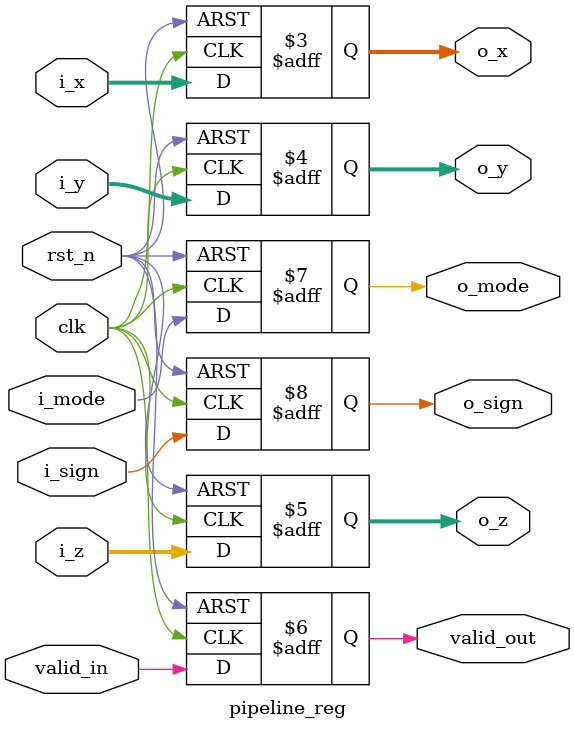
<source format=sv>
module pipeline_reg #(
    parameter WIDTH = 16
) (
    input logic signed [WIDTH-1:0] i_x,
    i_y,
    i_z,
    input logic i_mode,
    rst_n,
    clk,
    valid_in,
    i_sign,
    output logic signed [WIDTH-1:0] o_x,
    o_y,
    o_z,
    output logic valid_out,
    o_mode,
    o_sign
);
  always_ff @(posedge clk or negedge rst_n) begin
    if (!rst_n) begin
      o_x <= 'b0;
      o_y <= 'b0;
      o_z <= 'b0;
      o_mode <= 'b0;
      o_sign <= 'b0;
      valid_out <= 'b0;
    end else begin

      o_x <= i_x;
      o_y <= i_y;
      o_z <= i_z;
      o_mode <= i_mode;
      o_sign <= i_sign;
      valid_out <= valid_in;


    end
  end
endmodule

</source>
